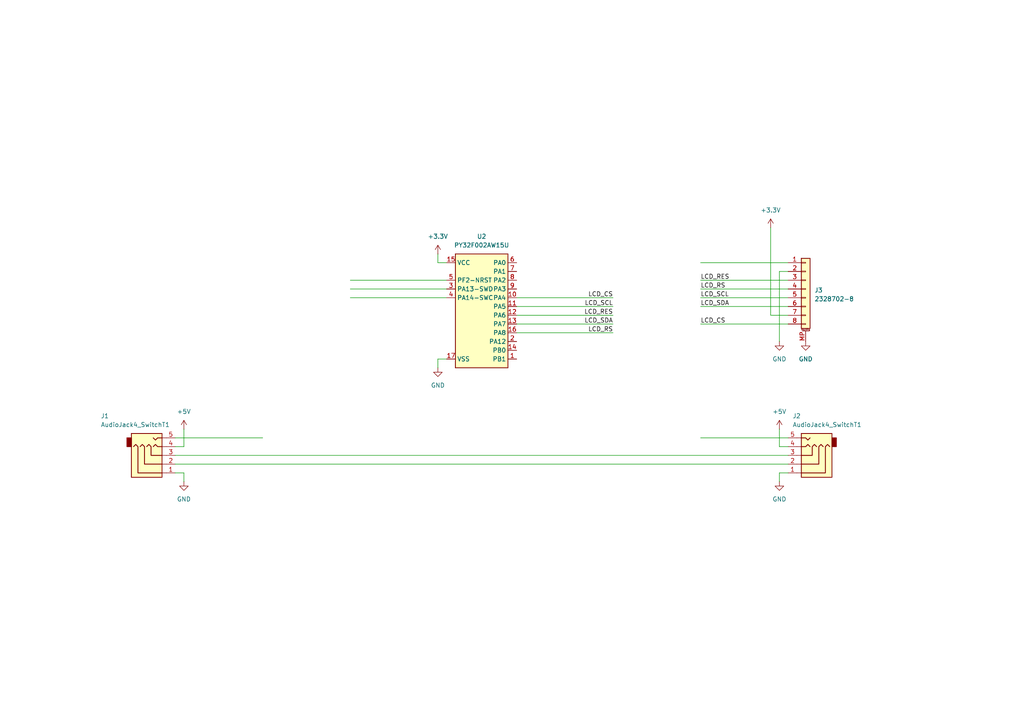
<source format=kicad_sch>
(kicad_sch (version 20250114) (generator "eeschema") (generator_version "9.0")
  (paper "A4")
  (lib_symbols
    (symbol "USER:2328702-8" (pin_names (offset 1.016) (hide yes))
      (property "Reference" "J" (at 0 10.16 0))
      (property "Value" "2328702-8" (at 1.27 -12.7 0))
      (symbol "2328702-8_1_1"
        (rectangle (start -1.27 8.89) (end 1.27 -11.43) (stroke (width 0.254)) (fill (type background)))
        (rectangle (start -1.27 7.747) (end 0 7.493) (stroke (width 0.1524)))
        (rectangle (start -1.27 5.207) (end 0 4.953) (stroke (width 0.1524)))
        (rectangle (start -1.27 2.667) (end 0 2.413) (stroke (width 0.1524)))
        (rectangle (start -1.27 0.127) (end 0 -0.127) (stroke (width 0.1524)))
        (rectangle (start -1.27 -2.413) (end 0 -2.667) (stroke (width 0.1524)))
        (rectangle (start -1.27 -4.953) (end 0 -5.207) (stroke (width 0.1524)))
        (rectangle (start -1.27 -7.493) (end 0 -7.747) (stroke (width 0.1524)))
        (rectangle (start -1.27 -10.033) (end 0 -10.287) (stroke (width 0.1524)))
        (polyline (pts (xy -1.016 -12.192) (xy 1.016 -12.192)) (stroke (width 0.1524)))
        (text "Mounting" (at 0 -11.811 0) (effects (font (size 0.381 0.381))))
        (pin passive line (at -5.08 7.62 0) (length 3.81) (name "Pin_1") (number "1"))
        (pin passive line (at -5.08 5.08 0) (length 3.81) (name "Pin_2") (number "2"))
        (pin passive line (at -5.08 2.54 0) (length 3.81) (name "Pin_3") (number "3"))
        (pin passive line (at -5.08 0 0) (length 3.81) (name "Pin_4") (number "4"))
        (pin passive line (at -5.08 -2.54 0) (length 3.81) (name "Pin_5") (number "5"))
        (pin passive line (at -5.08 -5.08 0) (length 3.81) (name "Pin_6") (number "6"))
        (pin passive line (at -5.08 -7.62 0) (length 3.81) (name "Pin_7") (number "7"))
        (pin passive line (at -5.08 -10.16 0) (length 3.81) (name "Pin_8") (number "8"))
        (pin passive line (at 0 -15.24 90) (length 3.048) (name "MountPin") (number "MP"))
      )
    )
    (symbol "USER:AudioJack4_SwitchT1"
      (property "Reference" "J" (at 0 11.43 0))
      (property "Value" "AudioJack4_SwitchT1" (at 0 8.89 0))
      (symbol "AudioJack4_SwitchT1_0_1"
        (rectangle (start -7.62 6.35) (end 1.27 -6.35) (stroke (width 0.254)) (fill (type background)))
        (rectangle (start -7.62 -2.54) (end -8.89 -5.08) (stroke (width 0.254)) (fill (type outline)))
        (polyline (pts (xy 1.27 2.54) (xy 2.54 2.54)))
        (polyline (pts (xy 1.27 -2.54) (xy 2.54 -2.54)))
        (polyline (pts (xy 2.54 5.08) (xy 1.27 5.08)))
        (polyline (pts (xy 2.54 0) (xy 1.27 0)))
      )
      (symbol "AudioJack4_SwitchT1_1_1"
        (polyline (pts (xy -3.175 -2.54) (xy -2.54 -3.175) (xy -1.905 -2.54) (xy -1.905 0) (xy 1.27 0)) (stroke (width 0.254)))
        (polyline (pts (xy -1.27 -2.54) (xy -0.635 -3.175) (xy 0 -2.54) (xy 1.27 -2.54)) (stroke (width 0.254)))
        (polyline (pts (xy -1.27 -5.08) (xy -0.635 -4.445) (xy 0 -5.08) (xy 1.27 -5.08)) (stroke (width 0.254)))
        (polyline (pts (xy 1.27 5.08) (xy -5.715 5.08) (xy -5.715 -2.54) (xy -6.35 -3.175) (xy -6.985 -2.54)) (stroke (width 0.254)))
        (polyline (pts (xy 1.27 2.54) (xy -3.81 2.54) (xy -3.81 -2.54) (xy -4.445 -3.175) (xy -5.08 -2.54)) (stroke (width 0.254)))
        (polyline (pts (xy 1.27 -5.08) (xy 2.54 -5.08)))
        (pin passive line (at 5.08 5.08 180) (length 2.54) (name "~") (number "1"))
        (pin passive line (at 5.08 2.54 180) (length 2.54) (name "~") (number "2"))
        (pin passive line (at 5.08 0 180) (length 2.54) (name "~") (number "3"))
        (pin passive line (at 5.08 -2.54 180) (length 2.54) (name "~") (number "4"))
        (pin passive line (at 5.08 -5.08 180) (length 2.54) (name "~") (number "5"))
      )
    )
    (symbol "USER:PY32F002AW15U"
      (property "Reference" "U" (at 2.54 6.35 0))
      (property "Value" "PY32F002AW15U" (at 2.54 3.81 0))
      (symbol "PY32F002AW15U_1_1"
        (rectangle (start 2.54 2.54) (end 17.78 -30.48) (stroke (width 0.254)) (fill (type background)))
        (pin power_in line (at 0 0 0) (length 2.54) (name "VCC") (number "15"))
        (pin passive line (at 0 -5.08 0) (length 2.54) (name "PF2-NRST") (number "5"))
        (pin passive line (at 0 -7.62 0) (length 2.54) (name "PA13-SWD") (number "3"))
        (pin passive line (at 0 -10.16 0) (length 2.54) (name "PA14-SWC") (number "4"))
        (pin power_in line (at 0 -27.94 0) (length 2.54) (name "VSS") (number "17"))
        (pin passive line (at 20.32 0 180) (length 2.54) (name "PA0") (number "6"))
        (pin passive line (at 20.32 -2.54 180) (length 2.54) (name "PA1") (number "7"))
        (pin passive line (at 20.32 -5.08 180) (length 2.54) (name "PA2") (number "8"))
        (pin passive line (at 20.32 -7.62 180) (length 2.54) (name "PA3") (number "9"))
        (pin passive line (at 20.32 -10.16 180) (length 2.54) (name "PA4") (number "10"))
        (pin passive line (at 20.32 -12.7 180) (length 2.54) (name "PA5") (number "11"))
        (pin passive line (at 20.32 -15.24 180) (length 2.54) (name "PA6") (number "12"))
        (pin passive line (at 20.32 -17.78 180) (length 2.54) (name "PA7") (number "13"))
        (pin passive line (at 20.32 -20.32 180) (length 2.54) (name "PA8") (number "16"))
        (pin passive line (at 20.32 -22.86 180) (length 2.54) (name "PA12") (number "2"))
        (pin passive line (at 20.32 -25.4 180) (length 2.54) (name "PB0") (number "14"))
        (pin passive line (at 20.32 -27.94 180) (length 2.54) (name "PB1") (number "1"))
      )
    )
    (symbol "power:+3.3V" (power) (pin_numbers (hide yes)) (pin_names (offset 0) (hide yes))
      (property "Value" "+3.3V" (at 0 3.556 0))
      (symbol "+3.3V_0_1"
        (polyline (pts (xy -0.762 1.27) (xy 0 2.54)))
        (polyline (pts (xy 0 2.54) (xy 0.762 1.27)))
        (polyline (pts (xy 0 0) (xy 0 2.54)))
      )
      (symbol "+3.3V_1_1"
        (pin power_in line (at 0 0 90) (length 0) (name "~") (number "1"))
      )
    )
    (symbol "power:+5V" (power) (pin_numbers (hide yes)) (pin_names (offset 0) (hide yes))
      (property "Value" "+5V" (at 0 3.556 0))
      (symbol "+5V_0_1"
        (polyline (pts (xy -0.762 1.27) (xy 0 2.54)))
        (polyline (pts (xy 0 2.54) (xy 0.762 1.27)))
        (polyline (pts (xy 0 0) (xy 0 2.54)))
      )
      (symbol "+5V_1_1"
        (pin power_in line (at 0 0 90) (length 0) (name "~") (number "1"))
      )
    )
    (symbol "power:GND" (power) (pin_numbers (hide yes)) (pin_names (offset 0) (hide yes))
      (property "Value" "GND" (at 0 -3.81 0))
      (symbol "GND_0_1"
        (polyline (pts (xy 0 0) (xy 0 -1.27) (xy 1.27 -1.27) (xy 0 -2.54) (xy -1.27 -1.27) (xy 0 -1.27)))
      )
      (symbol "GND_1_1"
        (pin power_in line (at 0 0 270) (length 0) (name "~") (number "1"))
      )
    )
  )
  (wire (pts (xy 203.2 93.98) (xy 228.6 93.98)))
  (wire (pts (xy 228.6 91.44) (xy 223.52 91.44)))
  (wire (pts (xy 203.2 88.9) (xy 228.6 88.9)))
  (wire (pts (xy 228.6 137.16) (xy 226.06 137.16)))
  (wire (pts (xy 228.6 78.74) (xy 226.06 78.74)))
  (wire (pts (xy 101.6 81.28) (xy 129.54 81.28)))
  (wire (pts (xy 149.86 91.44) (xy 177.8 91.44)))
  (wire (pts (xy 127 76.2) (xy 129.54 76.2)))
  (wire (pts (xy 226.06 124.46) (xy 226.06 129.54)))
  (wire (pts (xy 127 104.14) (xy 127 106.68)))
  (wire (pts (xy 228.6 129.54) (xy 226.06 129.54)))
  (wire (pts (xy 149.86 88.9) (xy 177.8 88.9)))
  (wire (pts (xy 53.34 137.16) (xy 53.34 139.7)))
  (wire (pts (xy 228.6 132.08) (xy 50.8 132.08)))
  (wire (pts (xy 101.6 86.36) (xy 129.54 86.36)))
  (wire (pts (xy 149.86 96.52) (xy 177.8 96.52)))
  (wire (pts (xy 149.86 86.36) (xy 177.8 86.36)))
  (wire (pts (xy 203.2 81.28) (xy 228.6 81.28)))
  (wire (pts (xy 127 104.14) (xy 129.54 104.14)))
  (wire (pts (xy 203.2 86.36) (xy 228.6 86.36)))
  (wire (pts (xy 203.2 83.82) (xy 228.6 83.82)))
  (wire (pts (xy 53.34 124.46) (xy 53.34 129.54)))
  (wire (pts (xy 223.52 66.04) (xy 223.52 91.44)))
  (wire (pts (xy 226.06 137.16) (xy 226.06 139.7)))
  (wire (pts (xy 203.2 76.2) (xy 228.6 76.2)))
  (wire (pts (xy 149.86 93.98) (xy 177.8 93.98)))
  (wire (pts (xy 127 73.66) (xy 127 76.2)))
  (wire (pts (xy 228.6 134.62) (xy 50.8 134.62)))
  (wire (pts (xy 50.8 129.54) (xy 53.34 129.54)))
  (wire (pts (xy 226.06 78.74) (xy 226.06 99.06)))
  (wire (pts (xy 50.8 137.16) (xy 53.34 137.16)))
  (wire (pts (xy 50.8 127) (xy 76.2 127)))
  (wire (pts (xy 203.2 127) (xy 228.6 127)))
  (wire (pts (xy 101.6 83.82) (xy 129.54 83.82)))
  (label "LCD_SDA" (at 203.2 88.9 0))
  (label "LCD_CS" (at 203.2 93.98 0))
  (label "LCD_CS" (at 177.8 86.36 180))
  (label "LCD_RS" (at 177.8 96.52 180))
  (label "LCD_RES" (at 177.8 91.44 180))
  (label "LCD_SDA" (at 177.8 93.98 180))
  (label "LCD_SCL" (at 203.2 86.36 0))
  (label "LCD_SCL" (at 177.8 88.9 180))
  (label "LCD_RES" (at 203.2 81.28 0))
  (label "LCD_RS" (at 203.2 83.82 0))
  (symbol (lib_id "power:GND") (at 233.68 99.06 0) (unit 1)
    (property "Reference" "#PWR07" (effects (hide yes)))
    (property "Value" "GND" (at 233.68 104.14 0))
    (property "Description" "Power symbol creates a global label with name \"GND\" , ground" (effects (hide yes)))
  )
  (symbol (lib_id "power:GND") (at 226.06 99.06 0) (unit 1)
    (property "Reference" "#PWR08" (effects (hide yes)))
    (property "Value" "GND" (at 226.06 104.14 0))
    (property "Description" "Power symbol creates a global label with name \"GND\" , ground" (effects (hide yes)))
  )
  (symbol (lib_id "USER:2328702-8") (at 233.68 83.82 0) (unit 1)
    (property "Reference" "J3" (at 236.22 84.1755 0) (effects (justify left)))
    (property "Value" "2328702-8" (at 236.22 86.7155 0) (effects (justify left)))
    (property "Footprint" "USER:TE_2328702-8_1x08-1MP_P0.5mm_Horizontal" (effects (hide yes)))
    (property "Description" "Generic connectable mounting pin connector, single row, 01x08, script generated (kicad-library-utils/schlib/autogen/connector/)" (effects (hide yes)))
  )
  (symbol (lib_id "power:GND") (at 127 106.68 0) (unit 1)
    (property "Reference" "#PWR05" (effects (hide yes)))
    (property "Value" "GND" (at 127 111.76 0))
    (property "Description" "Power symbol creates a global label with name \"GND\" , ground" (effects (hide yes)))
  )
  (symbol (lib_id "power:GND") (at 53.34 139.7 0) (unit 1)
    (property "Reference" "#PWR01" (effects (hide yes)))
    (property "Value" "GND" (at 53.34 144.78 0))
    (property "Description" "Power symbol creates a global label with name \"GND\" , ground" (effects (hide yes)))
  )
  (symbol (lib_id "USER:AudioJack4_SwitchT1") (at 233.68 132.08 180) (unit 1)
    (property "Reference" "J2" (at 229.87 120.65 0) (effects (justify right)))
    (property "Value" "AudioJack4_SwitchT1" (at 229.87 123.19 0) (effects (justify right)))
    (property "Footprint" "USER:XB-PJ-1837" (effects (hide yes)))
    (property "Description" "Audio Jack, 4 Poles (Stereo / TRRS), Switched T1 Pole (Normalling)" (effects (hide yes)))
  )
  (symbol (lib_id "USER:PY32F002AW15U") (at 129.54 76.2 0) (unit 1)
    (property "Reference" "U2" (at 139.7 68.58 0))
    (property "Value" "PY32F002AW15U" (at 139.7 71.12 0))
    (property "Footprint" "Package_DFN_QFN:QFN-16-1EP_3x3mm_P0.5mm_EP1.7x1.7mm" (effects (hide yes)))
  )
  (symbol (lib_id "power:+5V") (at 226.06 124.46 0) (unit 1)
    (property "Reference" "#PWR04" (effects (hide yes)))
    (property "Value" "+5V" (at 226.06 119.38 0))
    (property "Description" "Power symbol creates a global label with name \"+5V\"" (effects (hide yes)))
  )
  (symbol (lib_id "power:+3.3V") (at 223.52 66.04 0) (unit 1)
    (property "Reference" "#PWR09" (effects (hide yes)))
    (property "Value" "+3.3V" (at 223.52 60.96 0))
    (property "Description" "Power symbol creates a global label with name \"+3.3V\"" (effects (hide yes)))
  )
  (symbol (lib_id "power:+3.3V") (at 127 73.66 0) (unit 1)
    (property "Reference" "#PWR06" (effects (hide yes)))
    (property "Value" "+3.3V" (at 127 68.58 0))
    (property "Description" "Power symbol creates a global label with name \"+3.3V\"" (effects (hide yes)))
  )
  (symbol (lib_id "power:+5V") (at 53.34 124.46 0) (unit 1)
    (property "Reference" "#PWR03" (effects (hide yes)))
    (property "Value" "+5V" (at 53.34 119.38 0))
    (property "Description" "Power symbol creates a global label with name \"+5V\"" (effects (hide yes)))
  )
  (symbol (lib_id "USER:AudioJack4_SwitchT1") (at 45.72 132.08 0) (mirror x) (unit 1)
    (property "Reference" "J1" (at 29.21 120.65 0) (effects (justify left)))
    (property "Value" "AudioJack4_SwitchT1" (at 29.21 123.19 0) (effects (justify left)))
    (property "Footprint" "USER:XB-PJ-1837" (effects (hide yes)))
    (property "Description" "Audio Jack, 4 Poles (Stereo / TRRS), Switched T1 Pole (Normalling)" (effects (hide yes)))
  )
  (symbol (lib_id "power:GND") (at 226.06 139.7 0) (unit 1)
    (property "Reference" "#PWR02" (effects (hide yes)))
    (property "Value" "GND" (at 226.06 144.78 0))
    (property "Description" "Power symbol creates a global label with name \"GND\" , ground" (effects (hide yes)))
  )
)
</source>
